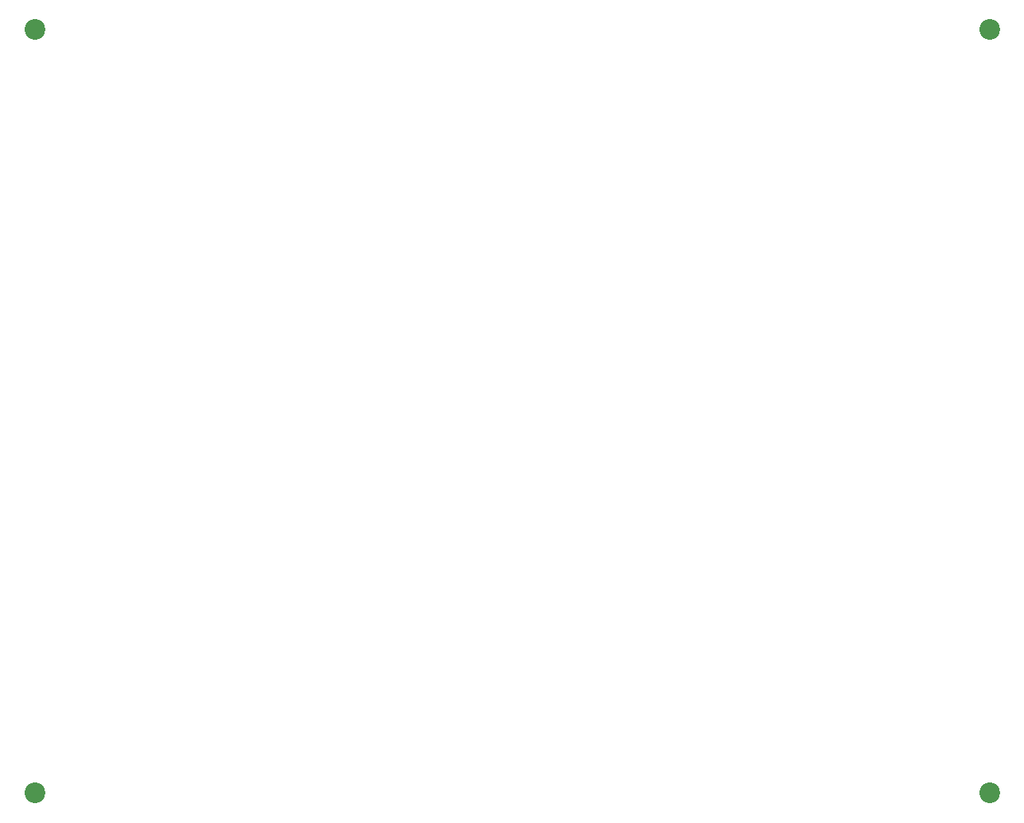
<source format=gbr>
%TF.GenerationSoftware,KiCad,Pcbnew,9.0.0*%
%TF.CreationDate,2025-03-09T14:07:29-07:00*%
%TF.ProjectId,remote,72656d6f-7465-42e6-9b69-6361645f7063,v0.1*%
%TF.SameCoordinates,Original*%
%TF.FileFunction,NonPlated,1,2,NPTH,Drill*%
%TF.FilePolarity,Positive*%
%FSLAX46Y46*%
G04 Gerber Fmt 4.6, Leading zero omitted, Abs format (unit mm)*
G04 Created by KiCad (PCBNEW 9.0.0) date 2025-03-09 14:07:29*
%MOMM*%
%LPD*%
G01*
G04 APERTURE LIST*
%TA.AperFunction,ComponentDrill*%
%ADD10C,2.200000*%
%TD*%
G04 APERTURE END LIST*
D10*
%TO.C,REF\u002A\u002A*%
X19069000Y-19069000D03*
X19069000Y-100349000D03*
X120669000Y-19069000D03*
X120669000Y-100349000D03*
M02*

</source>
